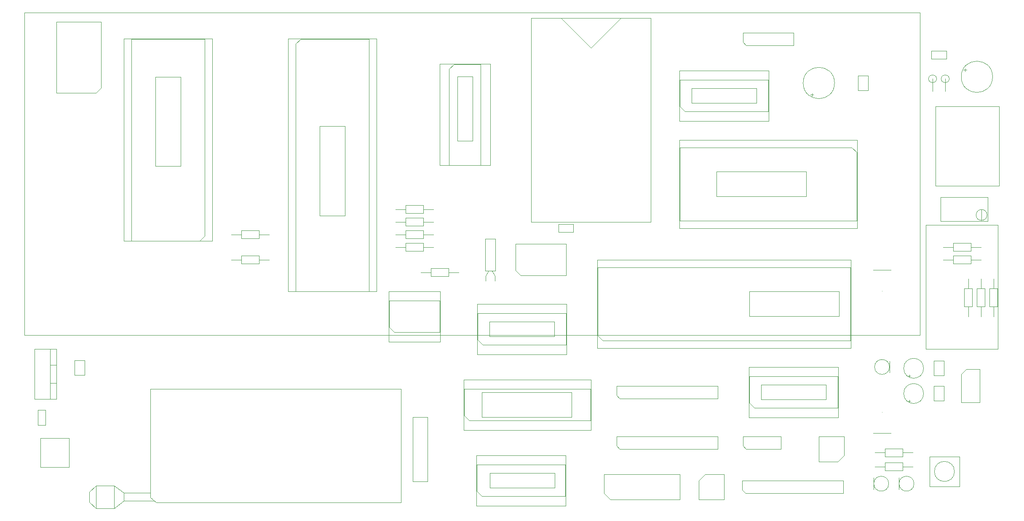
<source format=gbr>
%TF.GenerationSoftware,Novarm,DipTrace,4.3.0.4*%
%TF.CreationDate,2023-05-29T14:58:25+01:00*%
%FSLAX26Y26*%
%MOIN*%
%TF.FileFunction,Drawing,Top*%
%TF.Part,Single*%
%ADD17C,0.003937*%
G75*
G01*
%LPD*%
X7932676Y2249999D2*
D17*
Y2170865D1*
X7964172D2*
X7901180D1*
Y2029133D1*
X7964172D2*
Y2170865D1*
X7901180Y2029133D2*
X7964172D1*
X7932676Y1949999D2*
Y2029133D1*
X5647440Y3500393D2*
X6352165D1*
Y3900393D1*
X5689172Y3575393D2*
X5649802Y3614763D1*
X6349802Y3575393D2*
X5689172D1*
X5649802Y3614763D2*
Y3825393D1*
X6349802D1*
Y3575393D1*
X5647440Y3900393D2*
Y3500393D1*
X6352165Y3900393D2*
X5647440D1*
X1949999Y2547637D2*
Y4152361D1*
X1249999D1*
X1889960Y2589369D2*
X1850590Y2549999D1*
X1889960Y4149999D2*
Y2589369D1*
X1850590Y2549999D2*
X1310039D1*
Y4149999D1*
X1889960D1*
X1249999Y2547637D2*
X1949999D1*
X1249999Y4152361D2*
Y2547637D1*
X3399999Y2599999D2*
X3479133D1*
Y2631495D2*
Y2568503D1*
X3620865D1*
Y2631495D2*
X3479133D1*
X3620865Y2568503D2*
Y2631495D1*
X3699999Y2599999D2*
X3620865D1*
X4997637Y1699999D2*
X7002361D1*
Y2399999D1*
X5039369Y1760039D2*
X4999999Y1799409D1*
X6999999Y1760039D2*
X5039369D1*
X4999999Y1799409D2*
Y2339960D1*
X6999999D1*
Y1760039D1*
X4997637Y2399999D2*
Y1699999D1*
X7002361Y2399999D2*
X4997637D1*
X6168700Y549999D2*
X6143700Y574999D1*
X6943700Y549999D2*
X6168700D1*
X6143700Y574999D2*
Y649999D1*
X6943700D1*
Y549999D1*
X6174999Y899999D2*
X6149999Y924999D1*
X6449999Y899999D2*
X6174999D1*
X6149999Y924999D2*
Y999999D1*
X6449999D1*
Y899999D1*
X7625590Y603543D2*
Y721653D1*
X7861810Y603543D2*
X7625590D1*
Y721653D2*
Y839763D1*
X7861810D1*
Y603543D1*
X7664347Y721653D2*
G02X7664347Y721653I79353J0D01*
G01*
X6949999Y849999D2*
X6899999Y799999D1*
X6949999Y999999D2*
Y849999D1*
X6899999Y799999D2*
X6749999D1*
Y999999D1*
X6949999D1*
X7180314Y1024802D2*
X7318109D1*
X7249999Y1191338D2*
G02X7249999Y1191338I0J0D01*
G01*
X7319040Y1024659D2*
G02X7319040Y1024659I0J0D01*
G01*
X3890944Y3340944D2*
X4009054D1*
Y3852755D1*
X3890944D2*
Y3340944D1*
X4009054Y3852755D2*
X3890944D1*
X5099999Y499999D2*
X5049999Y549999D1*
X5649999Y499999D2*
X5099999D1*
X5049999Y549999D2*
Y699999D1*
X5649999D1*
Y499999D1*
X4474999Y2699999D2*
Y4314172D1*
X5419881Y2699999D2*
X4474999D1*
X4947440Y4077952D2*
X5183661Y4314172D1*
X4474999D2*
X5419881D1*
X4711220D2*
X4947440Y4077952D1*
X5419881Y4314172D2*
Y2699999D1*
X464960Y4360235D2*
Y1801180D1*
X7551574D1*
Y4360235D1*
X464960D1*
X5174999Y899999D2*
X5149999Y924999D1*
X5949999Y899999D2*
X5174999D1*
X5149999Y924999D2*
Y999999D1*
X5949999D1*
Y899999D1*
X8168109Y1692125D2*
Y2676377D1*
X7597243D1*
Y1692125D1*
X8168109D1*
X4690157Y2681495D2*
Y2618503D1*
X4808267D1*
Y2681495D2*
X4690157D1*
X4808267Y2618503D2*
Y2681495D1*
X2549999Y4152361D2*
Y2147637D1*
X3249999D1*
X2610039Y4110629D2*
X2649409Y4149999D1*
X2610039Y2149999D2*
Y4110629D1*
X2649409Y4149999D2*
X3189960D1*
Y2149999D1*
X2610039D1*
X3249999Y4152361D2*
X2549999D1*
X3249999Y2147637D2*
Y4152361D1*
X2100393Y2599999D2*
X2179527D1*
Y2631495D2*
Y2568503D1*
X2321259D1*
Y2631495D2*
X2179527D1*
X2321259Y2568503D2*
Y2631495D1*
X2400393Y2599999D2*
X2321259D1*
X7465846Y1472339D2*
Y1488087D1*
X7457972Y1480213D2*
X7473720D1*
X7421259Y1539369D2*
G02X7421259Y1539369I78740J0D01*
G01*
X8032676Y2399999D2*
X7953543D1*
Y2368503D2*
Y2431495D1*
X7811810D1*
Y2368503D2*
X7953543D1*
X7811810Y2431495D2*
Y2368503D1*
X7732676Y2399999D2*
X7811810D1*
X8032676Y1949999D2*
Y2029133D1*
X8001180D2*
X8064172D1*
Y2170865D1*
X8001180D2*
Y2029133D1*
X8064172Y2170865D2*
X8001180D1*
X8032676Y2249999D2*
Y2170865D1*
X1501574Y3140944D2*
X1698424D1*
Y3849606D1*
X1501574D2*
Y3140944D1*
X1698424Y3849606D2*
X1501574D1*
X4084645Y1348424D2*
Y1151574D1*
X4793306D1*
Y1348424D2*
X4084645D1*
X4793306Y1151574D2*
Y1348424D1*
X4047637Y1649999D2*
X4752361D1*
Y2049999D1*
X4089369Y1724999D2*
X4049999Y1764369D1*
X4749999Y1724999D2*
X4089369D1*
X4049999Y1764369D2*
Y1974999D1*
X4749999D1*
Y1724999D1*
X4047637Y2049999D2*
Y1649999D1*
X4752361Y2049999D2*
X4047637D1*
X7193700Y871653D2*
X7272834D1*
Y903149D2*
Y840157D1*
X7414566D1*
Y903149D2*
X7272834D1*
X7414566Y840157D2*
Y903149D1*
X7493700Y871653D2*
X7414566D1*
X7649999Y3834251D2*
Y3734251D1*
X7618503Y3834251D2*
G02X7618503Y3834251I31496J0D01*
G01*
X7060629Y3741731D2*
X7139369D1*
Y3859842D1*
X7060629D2*
Y3741731D1*
X7139369Y3859842D2*
X7060629D1*
X1030609Y429133D2*
X1172342D1*
X1030609D2*
X975491Y480314D1*
X1172342Y429133D2*
X1251082Y488188D1*
X1172342Y429133D2*
Y610235D1*
X1505413Y475196D2*
X1459743Y513779D1*
X3443995Y475196D2*
X1505413D1*
X975491Y480314D2*
Y559054D1*
X1251082Y488188D2*
Y551180D1*
X1491633Y488188D2*
X1251082D1*
X1459743Y513779D2*
Y1376771D1*
X1251082Y551180D2*
X1459743D1*
X975491Y559054D2*
X1030609Y610235D1*
Y429133D1*
X1172342Y610235D2*
X1251082Y551180D1*
X1172342Y610235D2*
X1030609D1*
X1459743Y1376771D2*
X3443995D1*
Y475196D1*
X4041338Y449999D2*
X4746062D1*
Y849999D1*
X4083070Y524999D2*
X4043700Y564369D1*
X4743700Y524999D2*
X4083070D1*
X4043700Y564369D2*
Y774999D1*
X4743700D1*
Y524999D1*
X4041338Y849999D2*
Y449999D1*
X4746062Y849999D2*
X4041338D1*
X6197637Y1149999D2*
X6902361D1*
Y1549999D1*
X6239369Y1224999D2*
X6199999Y1264369D1*
X6899999Y1224999D2*
X6239369D1*
X6199999Y1264369D2*
Y1474999D1*
X6899999D1*
Y1224999D1*
X6197637Y1549999D2*
Y1149999D1*
X6902361Y1549999D2*
X6197637D1*
X7674409Y2985432D2*
Y3615354D1*
X8178346Y2985432D2*
X7674409D1*
Y3615354D2*
X8178346D1*
Y2985432D1*
X568503Y1090157D2*
X631495D1*
Y1208267D1*
X568503D2*
Y1090157D1*
X631495Y1208267D2*
X568503D1*
X6695924Y3694724D2*
Y3719527D1*
X6683523Y3707125D2*
X6708326D1*
X6625983Y3800787D2*
G02X6625983Y3800787I124016J0D01*
G01*
X7749999Y3834251D2*
Y3734251D1*
X7718503Y3834251D2*
G02X7718503Y3834251I31496J0D01*
G01*
X3399999Y2799999D2*
X3479133D1*
Y2831495D2*
Y2768503D1*
X3620865D1*
Y2831495D2*
X3479133D1*
X3620865Y2768503D2*
Y2831495D1*
X3699999Y2799999D2*
X3620865D1*
X5940944Y3098424D2*
Y2901574D1*
X6649606D1*
Y3098424D2*
X5940944D1*
X6649606Y2901574D2*
Y3098424D1*
X6174999Y4099999D2*
X6149999Y4124999D1*
X6549999Y4099999D2*
X6174999D1*
X6149999Y4124999D2*
Y4199999D1*
X6549999D1*
Y4099999D1*
X5174999Y1299999D2*
X5149999Y1324999D1*
X5949999Y1299999D2*
X5174999D1*
X5149999Y1324999D2*
Y1399999D1*
X5949999D1*
Y1299999D1*
X7465846Y1272339D2*
Y1288087D1*
X7457972Y1280213D2*
X7473720D1*
X7421259Y1339369D2*
G02X7421259Y1339369I78740J0D01*
G01*
X4144291Y1908661D2*
Y1790550D1*
X4656102D1*
Y1908661D2*
X4144291D1*
X4656102Y1790550D2*
Y1908661D1*
X6255905Y3640944D2*
Y3759054D1*
X5744094D1*
Y3640944D2*
X6255905D1*
X5744094Y3759054D2*
Y3640944D1*
X6806102Y1290550D2*
Y1408661D1*
X6294291D1*
Y1290550D2*
X6806102D1*
X6294291Y1408661D2*
Y1290550D1*
X1070865Y3761417D2*
X1031495Y3722046D1*
X1070865Y4285039D2*
Y3761417D1*
X716535Y3722046D2*
X1031495D1*
X716535D2*
Y4285039D1*
X1070865D1*
X717716Y1690550D2*
X544487D1*
X667716D2*
Y1296850D1*
X544487Y1690550D2*
Y1296850D1*
X717716Y1566535D2*
X667716D1*
X717716Y1420865D2*
X667716D1*
X717716Y1296850D2*
Y1690550D1*
X544487Y1296850D2*
X717716D1*
X7894724Y3904074D2*
X7919527D1*
X7907125Y3916476D2*
Y3891672D1*
X7876771Y3849999D2*
G02X7876771Y3849999I124016J0D01*
G01*
X7661613Y1282283D2*
X7740354D1*
Y1400393D1*
X7661613D2*
Y1282283D1*
X7740354Y1400393D2*
X7661613D1*
X7309054Y1504086D2*
Y1595913D1*
X7309077Y1595884D1*
X7190944Y1549999D2*
G02X7190944Y1549999I59055J0D01*
G01*
X7319684Y2318897D2*
X7181889D1*
X7249999Y2152361D2*
G02X7249999Y2152361I0J0D01*
G01*
X7180959Y2319040D2*
G02X7180959Y2319040I0J0D01*
G01*
X7493700Y760235D2*
X7414566D1*
Y728739D2*
Y791731D1*
X7272834D1*
Y728739D2*
X7414566D1*
X7272834Y791731D2*
Y728739D1*
X7193700Y760235D2*
X7272834D1*
X7759054Y3993503D2*
Y4056495D1*
X7640944D1*
Y3993503D2*
X7759054D1*
X7640944Y4056495D2*
Y3993503D1*
X3900393Y2299999D2*
X3821259D1*
Y2268503D2*
Y2331495D1*
X3679527D1*
Y2268503D2*
X3821259D1*
X3679527Y2331495D2*
Y2268503D1*
X3600393Y2299999D2*
X3679527D1*
X3700393Y2499999D2*
X3621259D1*
Y2468503D2*
Y2531495D1*
X3479527D1*
Y2468503D2*
X3621259D1*
X3479527Y2531495D2*
Y2468503D1*
X3400393Y2499999D2*
X3479527D1*
X8032676D2*
X7953543D1*
Y2468503D2*
Y2531495D1*
X7811810D1*
Y2468503D2*
X7953543D1*
X7811810Y2531495D2*
Y2468503D1*
X7732676Y2499999D2*
X7811810D1*
X4389369Y2274999D2*
X4349999Y2314369D1*
X4749999Y2274999D2*
X4389369D1*
X4349999Y2314369D2*
Y2524999D1*
X4749999D1*
Y2274999D1*
X7877165Y1492519D2*
Y1268109D1*
Y1492519D2*
X7916535Y1531889D1*
X7877165Y1268109D2*
X8022834D1*
X7916535Y1531889D2*
X8022834D1*
Y1268109D1*
X939369Y1603543D2*
X860629D1*
Y1485432D1*
X939369D2*
Y1603543D1*
X860629Y1485432D2*
X939369D1*
X589763Y985235D2*
Y756889D1*
X818109D1*
Y985235D1*
X589763D1*
X3941338Y1049999D2*
X4946062D1*
Y1449999D1*
X3983070Y1124999D2*
X3943700Y1164369D1*
X4943700Y1124999D2*
X3983070D1*
X3943700Y1164369D2*
Y1374999D1*
X4943700D1*
Y1124999D1*
X3941338Y1449999D2*
Y1049999D1*
X4946062Y1449999D2*
X3941338D1*
X3535629Y641928D2*
X3653739D1*
Y1153739D1*
X3535629D2*
Y641928D1*
X3653739Y1153739D2*
X3535629D1*
X3749999Y3952361D2*
Y3147637D1*
X4149999D1*
X3824999Y3910629D2*
X3864369Y3949999D1*
X3824999Y3149999D2*
Y3910629D1*
X3864369Y3949999D2*
X4074999D1*
Y3149999D1*
X3824999D1*
X4149999Y3952361D2*
X3749999D1*
X4149999Y3147637D2*
Y3952361D1*
X7384645Y670519D2*
Y578692D1*
X7384623Y578721D1*
X7384645Y624606D2*
G02X7384645Y624606I59055J0D01*
G01*
X7184645Y670519D2*
Y578692D1*
X7184623Y578721D1*
X7184645Y624606D2*
G02X7184645Y624606I59055J0D01*
G01*
X7712401Y2894881D2*
Y2704724D1*
X8087598D1*
X8037598Y2712007D2*
X8037637Y2797401D1*
X8037598Y2712007D2*
X8037637Y2797401D1*
X8087598Y2894881D2*
X7712401D1*
X8087598Y2704724D2*
Y2894881D1*
X7994487Y2754724D2*
G02X7994487Y2754724I43110J0D01*
G01*
X8132676Y2249999D2*
Y2170865D1*
X8164172D2*
X8101180D1*
Y2029133D1*
X8164172D2*
Y2170865D1*
X8101180Y2029133D2*
X8164172D1*
X8132676Y1949999D2*
Y2029133D1*
X4190157Y2311023D2*
Y2566928D1*
X4109054D1*
X4187007Y2271653D2*
Y2232283D1*
X4163385Y2311023D2*
X4187007Y2271653D1*
X4135826Y2311023D2*
X4112204Y2271653D1*
Y2232283D1*
X4109054Y2311023D2*
X4190157D1*
X4109054Y2566928D2*
Y2311023D1*
X7052361Y3349999D2*
X5647637D1*
Y2649999D1*
X7010629Y3289960D2*
X7049999Y3250590D1*
X5649999Y3289960D2*
X7010629D1*
X7049999Y3250590D2*
Y2710039D1*
X5649999D1*
Y3289960D1*
X7052361Y2649999D2*
Y3349999D1*
X5647637Y2649999D2*
X7052361D1*
X3348031Y1750393D2*
X3752755D1*
Y2150393D1*
X3389763Y1825393D2*
X3350393Y1864763D1*
X3750393Y1825393D2*
X3389763D1*
X3350393Y1864763D2*
Y2075393D1*
X3750393D1*
Y1825393D1*
X3348031Y2150393D2*
Y1750393D1*
X3752755Y2150393D2*
X3348031D1*
X5799999Y649999D2*
X5849999Y699999D1*
X5799999Y499999D2*
Y649999D1*
X5849999Y699999D2*
X5999999D1*
Y499999D1*
X5799999D1*
X6909054Y1951574D2*
Y2148424D1*
X6200393D1*
Y1951574D2*
X6909054D1*
X6200393Y2148424D2*
Y1951574D1*
X4659054Y590944D2*
Y709054D1*
X4147243D1*
Y590944D2*
X4659054D1*
X4147243Y709054D2*
Y590944D1*
X3699999Y2699999D2*
X3620865D1*
Y2668503D2*
Y2731495D1*
X3479133D1*
Y2668503D2*
X3620865D1*
X3479133Y2731495D2*
Y2668503D1*
X3399999Y2699999D2*
X3479133D1*
X2100393Y2399999D2*
X2179527D1*
Y2431495D2*
Y2368503D1*
X2321259D1*
Y2431495D2*
X2179527D1*
X2321259Y2368503D2*
Y2431495D1*
X2400393Y2399999D2*
X2321259D1*
X2998424Y3459054D2*
X2801574D1*
Y2750393D1*
X2998424D2*
Y3459054D1*
X2801574Y2750393D2*
X2998424D1*
X7661613Y1482283D2*
X7740354D1*
Y1600393D1*
X7661613D2*
Y1482283D1*
X7740354Y1600393D2*
X7661613D1*
M02*

</source>
